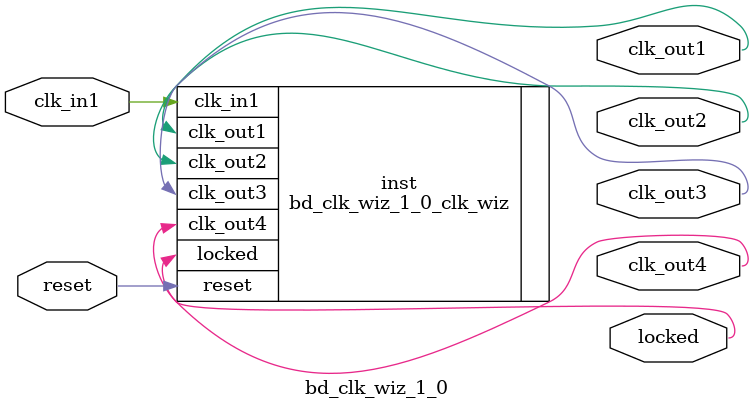
<source format=v>


`timescale 1ps/1ps

(* CORE_GENERATION_INFO = "bd_clk_wiz_1_0,clk_wiz_v5_4_3_0,{component_name=bd_clk_wiz_1_0,use_phase_alignment=true,use_min_o_jitter=false,use_max_i_jitter=false,use_dyn_phase_shift=false,use_inclk_switchover=false,use_dyn_reconfig=false,enable_axi=0,feedback_source=FDBK_AUTO,PRIMITIVE=MMCM,num_out_clk=4,clkin1_period=10.000,clkin2_period=10.000,use_power_down=false,use_reset=true,use_locked=true,use_inclk_stopped=false,feedback_type=SINGLE,CLOCK_MGR_TYPE=NA,manual_override=false}" *)

module bd_clk_wiz_1_0 
 (
  // Clock out ports
  output        clk_out1,
  output        clk_out2,
  output        clk_out3,
  output        clk_out4,
  // Status and control signals
  input         reset,
  output        locked,
 // Clock in ports
  input         clk_in1
 );

  bd_clk_wiz_1_0_clk_wiz inst
  (
  // Clock out ports  
  .clk_out1(clk_out1),
  .clk_out2(clk_out2),
  .clk_out3(clk_out3),
  .clk_out4(clk_out4),
  // Status and control signals               
  .reset(reset), 
  .locked(locked),
 // Clock in ports
  .clk_in1(clk_in1)
  );

endmodule

</source>
